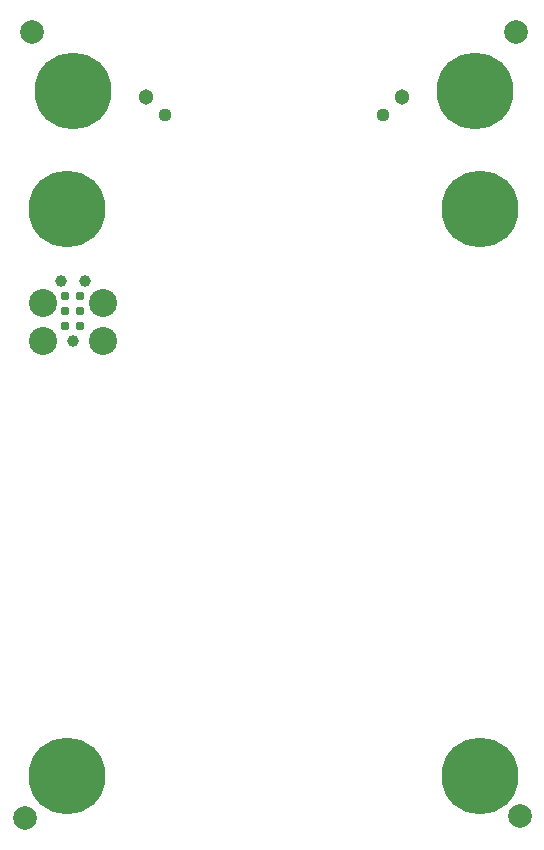
<source format=gbr>
%TF.GenerationSoftware,KiCad,Pcbnew,(5.1.9)-1*%
%TF.CreationDate,2021-04-14T12:12:14-07:00*%
%TF.ProjectId,SZG-TEMPLATE-STD,535a472d-5445-44d5-904c-4154452d5354,A*%
%TF.SameCoordinates,Original*%
%TF.FileFunction,Soldermask,Top*%
%TF.FilePolarity,Negative*%
%FSLAX46Y46*%
G04 Gerber Fmt 4.6, Leading zero omitted, Abs format (unit mm)*
G04 Created by KiCad (PCBNEW (5.1.9)-1) date 2021-04-14 12:12:14*
%MOMM*%
%LPD*%
G01*
G04 APERTURE LIST*
%ADD10C,2.374900*%
%ADD11C,0.990600*%
%ADD12C,0.787400*%
%ADD13C,6.500000*%
%ADD14C,3.600000*%
%ADD15C,1.301600*%
%ADD16C,1.121600*%
%ADD17C,2.000000*%
G04 APERTURE END LIST*
D10*
%TO.C,J2*%
X127940000Y-86940000D03*
X122860000Y-86940000D03*
X122860000Y-83765000D03*
X127940000Y-83765000D03*
D11*
X124384000Y-81860000D03*
X126416000Y-81860000D03*
X125400000Y-86940000D03*
D12*
X126035000Y-85670000D03*
X124765000Y-85670000D03*
X126035000Y-84400000D03*
X124765000Y-84400000D03*
X126035000Y-83130000D03*
X124765000Y-83130000D03*
%TD*%
D13*
%TO.C,H6*%
X159900000Y-123800000D03*
D14*
X159900000Y-123800000D03*
%TD*%
D13*
%TO.C,H5*%
X124900000Y-123800000D03*
D14*
X124900000Y-123800000D03*
%TD*%
D13*
%TO.C,H4*%
X159900000Y-75800000D03*
D14*
X159900000Y-75800000D03*
%TD*%
D13*
%TO.C,H3*%
X124900000Y-75800000D03*
D14*
X124900000Y-75800000D03*
%TD*%
D13*
%TO.C,H2*%
X159400000Y-65800000D03*
D14*
X159400000Y-65800000D03*
%TD*%
D13*
%TO.C,H1*%
X125400000Y-65800000D03*
D14*
X125400000Y-65800000D03*
%TD*%
D15*
%TO.C,J1*%
X131555320Y-66300000D03*
D16*
X151640320Y-67840000D03*
D15*
X153245320Y-66300000D03*
D16*
X133160320Y-67840000D03*
%TD*%
D17*
%TO.C,FID5*%
X121900000Y-60800000D03*
%TD*%
%TO.C,FID6*%
X162900000Y-60800000D03*
%TD*%
%TO.C,FID7*%
X121322400Y-127350800D03*
%TD*%
%TO.C,FID8*%
X163212400Y-127165200D03*
%TD*%
M02*

</source>
